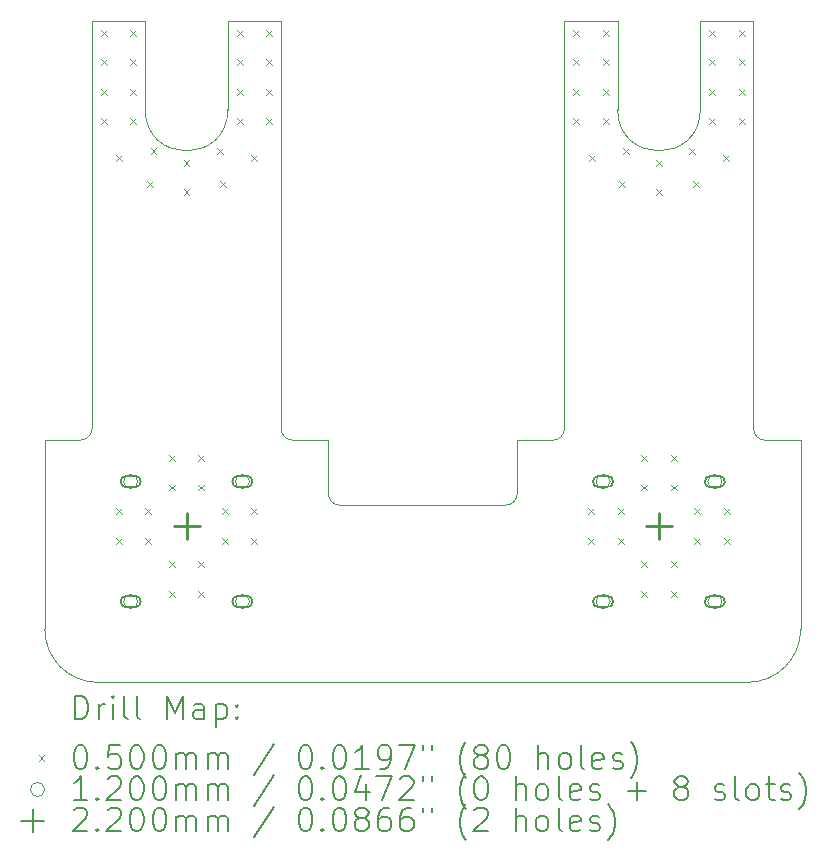
<source format=gbr>
%FSLAX45Y45*%
G04 Gerber Fmt 4.5, Leading zero omitted, Abs format (unit mm)*
G04 Created by KiCad (PCBNEW (6.0.1)) date 2022-05-27 18:48:14*
%MOMM*%
%LPD*%
G01*
G04 APERTURE LIST*
%TA.AperFunction,Profile*%
%ADD10C,0.050000*%
%TD*%
%ADD11C,0.200000*%
%ADD12C,0.050000*%
%ADD13C,0.120000*%
%ADD14C,0.220000*%
G04 APERTURE END LIST*
D10*
X5550000Y5600000D02*
X6000000Y5600000D01*
X850000Y5600000D02*
X850000Y4850000D01*
X850000Y4850000D02*
G75*
G03*
X1550000Y4850000I350000J0D01*
G01*
X400000Y5600000D02*
X850000Y5600000D01*
X300000Y2050000D02*
G75*
G03*
X400000Y2150000I0J100000D01*
G01*
X6000000Y5600000D02*
X6000000Y2150000D01*
X6400000Y2050000D02*
X6100000Y2050000D01*
X6400000Y2050000D02*
X6400000Y450000D01*
X2500000Y1500000D02*
X3900000Y1500000D01*
X5550000Y4850000D02*
X5550000Y5600000D01*
X4300000Y2050000D02*
G75*
G03*
X4400000Y2150000I0J100000D01*
G01*
X4400000Y5600000D02*
X4850000Y5600000D01*
X2000000Y2150000D02*
G75*
G03*
X2100000Y2050000I100000J0D01*
G01*
X3900000Y1500000D02*
G75*
G03*
X4000000Y1600000I0J100000D01*
G01*
X2400000Y2050000D02*
X2400000Y1600000D01*
X4000000Y1600000D02*
X4000000Y2050000D01*
X0Y2050000D02*
X0Y450000D01*
X4400000Y2150000D02*
X4400000Y5600000D01*
X1550000Y5600000D02*
X2000000Y5600000D01*
X400000Y5600000D02*
X400000Y2150000D01*
X1550000Y4850000D02*
X1550000Y5600000D01*
X2000000Y5600000D02*
X2000000Y2150000D01*
X6000000Y2150000D02*
G75*
G03*
X6100000Y2050000I100000J0D01*
G01*
X300000Y2050000D02*
X0Y2050000D01*
X2400000Y1600000D02*
G75*
G03*
X2500000Y1500000I100000J0D01*
G01*
X5950000Y0D02*
X450000Y0D01*
X5950000Y0D02*
G75*
G03*
X6400000Y450000I0J450000D01*
G01*
X4850000Y5600000D02*
X4850000Y4850000D01*
X0Y450000D02*
G75*
G03*
X450000Y0I450000J0D01*
G01*
X2400000Y2050000D02*
X2100000Y2050000D01*
X4850000Y4850000D02*
G75*
G03*
X5550000Y4850000I350000J0D01*
G01*
X4300000Y2050000D02*
X4000000Y2050000D01*
D11*
D12*
X475000Y5525000D02*
X525000Y5475000D01*
X525000Y5525000D02*
X475000Y5475000D01*
X475000Y5275000D02*
X525000Y5225000D01*
X525000Y5275000D02*
X475000Y5225000D01*
X475000Y5025000D02*
X525000Y4975000D01*
X525000Y5025000D02*
X475000Y4975000D01*
X475000Y4775000D02*
X525000Y4725000D01*
X525000Y4775000D02*
X475000Y4725000D01*
X600000Y1475000D02*
X650000Y1425000D01*
X650000Y1475000D02*
X600000Y1425000D01*
X600000Y1225000D02*
X650000Y1175000D01*
X650000Y1225000D02*
X600000Y1175000D01*
X605000Y4465000D02*
X655000Y4415000D01*
X655000Y4465000D02*
X605000Y4415000D01*
X725000Y5525000D02*
X775000Y5475000D01*
X775000Y5525000D02*
X725000Y5475000D01*
X725000Y5275000D02*
X775000Y5225000D01*
X775000Y5275000D02*
X725000Y5225000D01*
X725000Y5025000D02*
X775000Y4975000D01*
X775000Y5025000D02*
X725000Y4975000D01*
X725000Y4775000D02*
X775000Y4725000D01*
X775000Y4775000D02*
X725000Y4725000D01*
X850000Y1475000D02*
X900000Y1425000D01*
X900000Y1475000D02*
X850000Y1425000D01*
X850000Y1225000D02*
X900000Y1175000D01*
X900000Y1225000D02*
X850000Y1175000D01*
X865000Y4245000D02*
X915000Y4195000D01*
X915000Y4245000D02*
X865000Y4195000D01*
X895000Y4525000D02*
X945000Y4475000D01*
X945000Y4525000D02*
X895000Y4475000D01*
X1050000Y1925000D02*
X1100000Y1875000D01*
X1100000Y1925000D02*
X1050000Y1875000D01*
X1050000Y1675000D02*
X1100000Y1625000D01*
X1100000Y1675000D02*
X1050000Y1625000D01*
X1050000Y1025000D02*
X1100000Y975000D01*
X1100000Y1025000D02*
X1050000Y975000D01*
X1050000Y775000D02*
X1100000Y725000D01*
X1100000Y775000D02*
X1050000Y725000D01*
X1175000Y4425000D02*
X1225000Y4375000D01*
X1225000Y4425000D02*
X1175000Y4375000D01*
X1175000Y4175000D02*
X1225000Y4125000D01*
X1225000Y4175000D02*
X1175000Y4125000D01*
X1300000Y1925000D02*
X1350000Y1875000D01*
X1350000Y1925000D02*
X1300000Y1875000D01*
X1300000Y1675000D02*
X1350000Y1625000D01*
X1350000Y1675000D02*
X1300000Y1625000D01*
X1300000Y1025000D02*
X1350000Y975000D01*
X1350000Y1025000D02*
X1300000Y975000D01*
X1300000Y775000D02*
X1350000Y725000D01*
X1350000Y775000D02*
X1300000Y725000D01*
X1455000Y4525000D02*
X1505000Y4475000D01*
X1505000Y4525000D02*
X1455000Y4475000D01*
X1485000Y4245000D02*
X1535000Y4195000D01*
X1535000Y4245000D02*
X1485000Y4195000D01*
X1500000Y1475000D02*
X1550000Y1425000D01*
X1550000Y1475000D02*
X1500000Y1425000D01*
X1500000Y1225000D02*
X1550000Y1175000D01*
X1550000Y1225000D02*
X1500000Y1175000D01*
X1625000Y5525000D02*
X1675000Y5475000D01*
X1675000Y5525000D02*
X1625000Y5475000D01*
X1625000Y5275000D02*
X1675000Y5225000D01*
X1675000Y5275000D02*
X1625000Y5225000D01*
X1625000Y5025000D02*
X1675000Y4975000D01*
X1675000Y5025000D02*
X1625000Y4975000D01*
X1625000Y4775000D02*
X1675000Y4725000D01*
X1675000Y4775000D02*
X1625000Y4725000D01*
X1745000Y4465000D02*
X1795000Y4415000D01*
X1795000Y4465000D02*
X1745000Y4415000D01*
X1750000Y1475000D02*
X1800000Y1425000D01*
X1800000Y1475000D02*
X1750000Y1425000D01*
X1750000Y1225000D02*
X1800000Y1175000D01*
X1800000Y1225000D02*
X1750000Y1175000D01*
X1875000Y5525000D02*
X1925000Y5475000D01*
X1925000Y5525000D02*
X1875000Y5475000D01*
X1875000Y5275000D02*
X1925000Y5225000D01*
X1925000Y5275000D02*
X1875000Y5225000D01*
X1875000Y5025000D02*
X1925000Y4975000D01*
X1925000Y5025000D02*
X1875000Y4975000D01*
X1875000Y4775000D02*
X1925000Y4725000D01*
X1925000Y4775000D02*
X1875000Y4725000D01*
X4475000Y5525000D02*
X4525000Y5475000D01*
X4525000Y5525000D02*
X4475000Y5475000D01*
X4475000Y5275000D02*
X4525000Y5225000D01*
X4525000Y5275000D02*
X4475000Y5225000D01*
X4475000Y5025000D02*
X4525000Y4975000D01*
X4525000Y5025000D02*
X4475000Y4975000D01*
X4475000Y4775000D02*
X4525000Y4725000D01*
X4525000Y4775000D02*
X4475000Y4725000D01*
X4600000Y1475000D02*
X4650000Y1425000D01*
X4650000Y1475000D02*
X4600000Y1425000D01*
X4600000Y1225000D02*
X4650000Y1175000D01*
X4650000Y1225000D02*
X4600000Y1175000D01*
X4605000Y4465000D02*
X4655000Y4415000D01*
X4655000Y4465000D02*
X4605000Y4415000D01*
X4725000Y5525000D02*
X4775000Y5475000D01*
X4775000Y5525000D02*
X4725000Y5475000D01*
X4725000Y5275000D02*
X4775000Y5225000D01*
X4775000Y5275000D02*
X4725000Y5225000D01*
X4725000Y5025000D02*
X4775000Y4975000D01*
X4775000Y5025000D02*
X4725000Y4975000D01*
X4725000Y4775000D02*
X4775000Y4725000D01*
X4775000Y4775000D02*
X4725000Y4725000D01*
X4850000Y1475000D02*
X4900000Y1425000D01*
X4900000Y1475000D02*
X4850000Y1425000D01*
X4850000Y1225000D02*
X4900000Y1175000D01*
X4900000Y1225000D02*
X4850000Y1175000D01*
X4865000Y4245000D02*
X4915000Y4195000D01*
X4915000Y4245000D02*
X4865000Y4195000D01*
X4895000Y4525000D02*
X4945000Y4475000D01*
X4945000Y4525000D02*
X4895000Y4475000D01*
X5050000Y1925000D02*
X5100000Y1875000D01*
X5100000Y1925000D02*
X5050000Y1875000D01*
X5050000Y1675000D02*
X5100000Y1625000D01*
X5100000Y1675000D02*
X5050000Y1625000D01*
X5050000Y1025000D02*
X5100000Y975000D01*
X5100000Y1025000D02*
X5050000Y975000D01*
X5050000Y775000D02*
X5100000Y725000D01*
X5100000Y775000D02*
X5050000Y725000D01*
X5175000Y4425000D02*
X5225000Y4375000D01*
X5225000Y4425000D02*
X5175000Y4375000D01*
X5175000Y4175000D02*
X5225000Y4125000D01*
X5225000Y4175000D02*
X5175000Y4125000D01*
X5300000Y1925000D02*
X5350000Y1875000D01*
X5350000Y1925000D02*
X5300000Y1875000D01*
X5300000Y1675000D02*
X5350000Y1625000D01*
X5350000Y1675000D02*
X5300000Y1625000D01*
X5300000Y1025000D02*
X5350000Y975000D01*
X5350000Y1025000D02*
X5300000Y975000D01*
X5300000Y775000D02*
X5350000Y725000D01*
X5350000Y775000D02*
X5300000Y725000D01*
X5455000Y4525000D02*
X5505000Y4475000D01*
X5505000Y4525000D02*
X5455000Y4475000D01*
X5485000Y4245000D02*
X5535000Y4195000D01*
X5535000Y4245000D02*
X5485000Y4195000D01*
X5500000Y1475000D02*
X5550000Y1425000D01*
X5550000Y1475000D02*
X5500000Y1425000D01*
X5500000Y1225000D02*
X5550000Y1175000D01*
X5550000Y1225000D02*
X5500000Y1175000D01*
X5625000Y5525000D02*
X5675000Y5475000D01*
X5675000Y5525000D02*
X5625000Y5475000D01*
X5625000Y5275000D02*
X5675000Y5225000D01*
X5675000Y5275000D02*
X5625000Y5225000D01*
X5625000Y5025000D02*
X5675000Y4975000D01*
X5675000Y5025000D02*
X5625000Y4975000D01*
X5625000Y4775000D02*
X5675000Y4725000D01*
X5675000Y4775000D02*
X5625000Y4725000D01*
X5745000Y4465000D02*
X5795000Y4415000D01*
X5795000Y4465000D02*
X5745000Y4415000D01*
X5750000Y1475000D02*
X5800000Y1425000D01*
X5800000Y1475000D02*
X5750000Y1425000D01*
X5750000Y1225000D02*
X5800000Y1175000D01*
X5800000Y1225000D02*
X5750000Y1175000D01*
X5875000Y5525000D02*
X5925000Y5475000D01*
X5925000Y5525000D02*
X5875000Y5475000D01*
X5875000Y5275000D02*
X5925000Y5225000D01*
X5925000Y5275000D02*
X5875000Y5225000D01*
X5875000Y5025000D02*
X5925000Y4975000D01*
X5925000Y5025000D02*
X5875000Y4975000D01*
X5875000Y4775000D02*
X5925000Y4725000D01*
X5925000Y4775000D02*
X5875000Y4725000D01*
D13*
X787000Y1700000D02*
G75*
G03*
X787000Y1700000I-60000J0D01*
G01*
D11*
X692000Y1650000D02*
X762000Y1650000D01*
X692000Y1750000D02*
X762000Y1750000D01*
X762000Y1650000D02*
G75*
G03*
X762000Y1750000I0J50000D01*
G01*
X692000Y1750000D02*
G75*
G03*
X692000Y1650000I0J-50000D01*
G01*
D13*
X787000Y684000D02*
G75*
G03*
X787000Y684000I-60000J0D01*
G01*
D11*
X692000Y634000D02*
X762000Y634000D01*
X692000Y734000D02*
X762000Y734000D01*
X762000Y634000D02*
G75*
G03*
X762000Y734000I0J50000D01*
G01*
X692000Y734000D02*
G75*
G03*
X692000Y634000I0J-50000D01*
G01*
D13*
X1733000Y1700000D02*
G75*
G03*
X1733000Y1700000I-60000J0D01*
G01*
D11*
X1638000Y1650000D02*
X1708000Y1650000D01*
X1638000Y1750000D02*
X1708000Y1750000D01*
X1708000Y1650000D02*
G75*
G03*
X1708000Y1750000I0J50000D01*
G01*
X1638000Y1750000D02*
G75*
G03*
X1638000Y1650000I0J-50000D01*
G01*
D13*
X1733000Y684000D02*
G75*
G03*
X1733000Y684000I-60000J0D01*
G01*
D11*
X1638000Y634000D02*
X1708000Y634000D01*
X1638000Y734000D02*
X1708000Y734000D01*
X1708000Y634000D02*
G75*
G03*
X1708000Y734000I0J50000D01*
G01*
X1638000Y734000D02*
G75*
G03*
X1638000Y634000I0J-50000D01*
G01*
D13*
X4787000Y1700000D02*
G75*
G03*
X4787000Y1700000I-60000J0D01*
G01*
D11*
X4692000Y1650000D02*
X4762000Y1650000D01*
X4692000Y1750000D02*
X4762000Y1750000D01*
X4762000Y1650000D02*
G75*
G03*
X4762000Y1750000I0J50000D01*
G01*
X4692000Y1750000D02*
G75*
G03*
X4692000Y1650000I0J-50000D01*
G01*
D13*
X4787000Y684000D02*
G75*
G03*
X4787000Y684000I-60000J0D01*
G01*
D11*
X4692000Y634000D02*
X4762000Y634000D01*
X4692000Y734000D02*
X4762000Y734000D01*
X4762000Y634000D02*
G75*
G03*
X4762000Y734000I0J50000D01*
G01*
X4692000Y734000D02*
G75*
G03*
X4692000Y634000I0J-50000D01*
G01*
D13*
X5733000Y1700000D02*
G75*
G03*
X5733000Y1700000I-60000J0D01*
G01*
D11*
X5638000Y1650000D02*
X5708000Y1650000D01*
X5638000Y1750000D02*
X5708000Y1750000D01*
X5708000Y1650000D02*
G75*
G03*
X5708000Y1750000I0J50000D01*
G01*
X5638000Y1750000D02*
G75*
G03*
X5638000Y1650000I0J-50000D01*
G01*
D13*
X5733000Y684000D02*
G75*
G03*
X5733000Y684000I-60000J0D01*
G01*
D11*
X5638000Y634000D02*
X5708000Y634000D01*
X5638000Y734000D02*
X5708000Y734000D01*
X5708000Y634000D02*
G75*
G03*
X5708000Y734000I0J50000D01*
G01*
X5638000Y734000D02*
G75*
G03*
X5638000Y634000I0J-50000D01*
G01*
D14*
X1200000Y1430000D02*
X1200000Y1210000D01*
X1090000Y1320000D02*
X1310000Y1320000D01*
X5200000Y1430000D02*
X5200000Y1210000D01*
X5090000Y1320000D02*
X5310000Y1320000D01*
D11*
X255119Y-312976D02*
X255119Y-112976D01*
X302738Y-112976D01*
X331310Y-122500D01*
X350357Y-141548D01*
X359881Y-160595D01*
X369405Y-198690D01*
X369405Y-227262D01*
X359881Y-265357D01*
X350357Y-284405D01*
X331310Y-303452D01*
X302738Y-312976D01*
X255119Y-312976D01*
X455119Y-312976D02*
X455119Y-179643D01*
X455119Y-217738D02*
X464643Y-198690D01*
X474167Y-189167D01*
X493214Y-179643D01*
X512262Y-179643D01*
X578929Y-312976D02*
X578929Y-179643D01*
X578929Y-112976D02*
X569405Y-122500D01*
X578929Y-132024D01*
X588452Y-122500D01*
X578929Y-112976D01*
X578929Y-132024D01*
X702738Y-312976D02*
X683690Y-303452D01*
X674167Y-284405D01*
X674167Y-112976D01*
X807500Y-312976D02*
X788452Y-303452D01*
X778928Y-284405D01*
X778928Y-112976D01*
X1036071Y-312976D02*
X1036071Y-112976D01*
X1102738Y-255833D01*
X1169405Y-112976D01*
X1169405Y-312976D01*
X1350357Y-312976D02*
X1350357Y-208214D01*
X1340833Y-189167D01*
X1321786Y-179643D01*
X1283690Y-179643D01*
X1264643Y-189167D01*
X1350357Y-303452D02*
X1331310Y-312976D01*
X1283690Y-312976D01*
X1264643Y-303452D01*
X1255119Y-284405D01*
X1255119Y-265357D01*
X1264643Y-246309D01*
X1283690Y-236786D01*
X1331310Y-236786D01*
X1350357Y-227262D01*
X1445595Y-179643D02*
X1445595Y-379643D01*
X1445595Y-189167D02*
X1464643Y-179643D01*
X1502738Y-179643D01*
X1521786Y-189167D01*
X1531309Y-198690D01*
X1540833Y-217738D01*
X1540833Y-274881D01*
X1531309Y-293929D01*
X1521786Y-303452D01*
X1502738Y-312976D01*
X1464643Y-312976D01*
X1445595Y-303452D01*
X1626548Y-293929D02*
X1636071Y-303452D01*
X1626548Y-312976D01*
X1617024Y-303452D01*
X1626548Y-293929D01*
X1626548Y-312976D01*
X1626548Y-189167D02*
X1636071Y-198690D01*
X1626548Y-208214D01*
X1617024Y-198690D01*
X1626548Y-189167D01*
X1626548Y-208214D01*
D12*
X-52500Y-617500D02*
X-2500Y-667500D01*
X-2500Y-617500D02*
X-52500Y-667500D01*
D11*
X293214Y-532976D02*
X312262Y-532976D01*
X331310Y-542500D01*
X340833Y-552024D01*
X350357Y-571071D01*
X359881Y-609167D01*
X359881Y-656786D01*
X350357Y-694881D01*
X340833Y-713928D01*
X331310Y-723452D01*
X312262Y-732976D01*
X293214Y-732976D01*
X274167Y-723452D01*
X264643Y-713928D01*
X255119Y-694881D01*
X245595Y-656786D01*
X245595Y-609167D01*
X255119Y-571071D01*
X264643Y-552024D01*
X274167Y-542500D01*
X293214Y-532976D01*
X445595Y-713928D02*
X455119Y-723452D01*
X445595Y-732976D01*
X436071Y-723452D01*
X445595Y-713928D01*
X445595Y-732976D01*
X636071Y-532976D02*
X540833Y-532976D01*
X531310Y-628214D01*
X540833Y-618690D01*
X559881Y-609167D01*
X607500Y-609167D01*
X626548Y-618690D01*
X636071Y-628214D01*
X645595Y-647262D01*
X645595Y-694881D01*
X636071Y-713928D01*
X626548Y-723452D01*
X607500Y-732976D01*
X559881Y-732976D01*
X540833Y-723452D01*
X531310Y-713928D01*
X769405Y-532976D02*
X788452Y-532976D01*
X807500Y-542500D01*
X817024Y-552024D01*
X826548Y-571071D01*
X836071Y-609167D01*
X836071Y-656786D01*
X826548Y-694881D01*
X817024Y-713928D01*
X807500Y-723452D01*
X788452Y-732976D01*
X769405Y-732976D01*
X750357Y-723452D01*
X740833Y-713928D01*
X731309Y-694881D01*
X721786Y-656786D01*
X721786Y-609167D01*
X731309Y-571071D01*
X740833Y-552024D01*
X750357Y-542500D01*
X769405Y-532976D01*
X959881Y-532976D02*
X978928Y-532976D01*
X997976Y-542500D01*
X1007500Y-552024D01*
X1017024Y-571071D01*
X1026548Y-609167D01*
X1026548Y-656786D01*
X1017024Y-694881D01*
X1007500Y-713928D01*
X997976Y-723452D01*
X978928Y-732976D01*
X959881Y-732976D01*
X940833Y-723452D01*
X931309Y-713928D01*
X921786Y-694881D01*
X912262Y-656786D01*
X912262Y-609167D01*
X921786Y-571071D01*
X931309Y-552024D01*
X940833Y-542500D01*
X959881Y-532976D01*
X1112262Y-732976D02*
X1112262Y-599643D01*
X1112262Y-618690D02*
X1121786Y-609167D01*
X1140833Y-599643D01*
X1169405Y-599643D01*
X1188452Y-609167D01*
X1197976Y-628214D01*
X1197976Y-732976D01*
X1197976Y-628214D02*
X1207500Y-609167D01*
X1226548Y-599643D01*
X1255119Y-599643D01*
X1274167Y-609167D01*
X1283690Y-628214D01*
X1283690Y-732976D01*
X1378929Y-732976D02*
X1378929Y-599643D01*
X1378929Y-618690D02*
X1388452Y-609167D01*
X1407500Y-599643D01*
X1436071Y-599643D01*
X1455119Y-609167D01*
X1464643Y-628214D01*
X1464643Y-732976D01*
X1464643Y-628214D02*
X1474167Y-609167D01*
X1493214Y-599643D01*
X1521786Y-599643D01*
X1540833Y-609167D01*
X1550357Y-628214D01*
X1550357Y-732976D01*
X1940833Y-523452D02*
X1769405Y-780595D01*
X2197976Y-532976D02*
X2217024Y-532976D01*
X2236071Y-542500D01*
X2245595Y-552024D01*
X2255119Y-571071D01*
X2264643Y-609167D01*
X2264643Y-656786D01*
X2255119Y-694881D01*
X2245595Y-713928D01*
X2236071Y-723452D01*
X2217024Y-732976D01*
X2197976Y-732976D01*
X2178929Y-723452D01*
X2169405Y-713928D01*
X2159881Y-694881D01*
X2150357Y-656786D01*
X2150357Y-609167D01*
X2159881Y-571071D01*
X2169405Y-552024D01*
X2178929Y-542500D01*
X2197976Y-532976D01*
X2350357Y-713928D02*
X2359881Y-723452D01*
X2350357Y-732976D01*
X2340833Y-723452D01*
X2350357Y-713928D01*
X2350357Y-732976D01*
X2483690Y-532976D02*
X2502738Y-532976D01*
X2521786Y-542500D01*
X2531310Y-552024D01*
X2540833Y-571071D01*
X2550357Y-609167D01*
X2550357Y-656786D01*
X2540833Y-694881D01*
X2531310Y-713928D01*
X2521786Y-723452D01*
X2502738Y-732976D01*
X2483690Y-732976D01*
X2464643Y-723452D01*
X2455119Y-713928D01*
X2445595Y-694881D01*
X2436071Y-656786D01*
X2436071Y-609167D01*
X2445595Y-571071D01*
X2455119Y-552024D01*
X2464643Y-542500D01*
X2483690Y-532976D01*
X2740833Y-732976D02*
X2626548Y-732976D01*
X2683690Y-732976D02*
X2683690Y-532976D01*
X2664643Y-561548D01*
X2645595Y-580595D01*
X2626548Y-590119D01*
X2836071Y-732976D02*
X2874167Y-732976D01*
X2893214Y-723452D01*
X2902738Y-713928D01*
X2921786Y-685357D01*
X2931309Y-647262D01*
X2931309Y-571071D01*
X2921786Y-552024D01*
X2912262Y-542500D01*
X2893214Y-532976D01*
X2855119Y-532976D01*
X2836071Y-542500D01*
X2826548Y-552024D01*
X2817024Y-571071D01*
X2817024Y-618690D01*
X2826548Y-637738D01*
X2836071Y-647262D01*
X2855119Y-656786D01*
X2893214Y-656786D01*
X2912262Y-647262D01*
X2921786Y-637738D01*
X2931309Y-618690D01*
X2997976Y-532976D02*
X3131309Y-532976D01*
X3045595Y-732976D01*
X3197976Y-532976D02*
X3197976Y-571071D01*
X3274167Y-532976D02*
X3274167Y-571071D01*
X3569405Y-809167D02*
X3559881Y-799643D01*
X3540833Y-771071D01*
X3531309Y-752024D01*
X3521786Y-723452D01*
X3512262Y-675833D01*
X3512262Y-637738D01*
X3521786Y-590119D01*
X3531309Y-561548D01*
X3540833Y-542500D01*
X3559881Y-513928D01*
X3569405Y-504405D01*
X3674167Y-618690D02*
X3655119Y-609167D01*
X3645595Y-599643D01*
X3636071Y-580595D01*
X3636071Y-571071D01*
X3645595Y-552024D01*
X3655119Y-542500D01*
X3674167Y-532976D01*
X3712262Y-532976D01*
X3731309Y-542500D01*
X3740833Y-552024D01*
X3750357Y-571071D01*
X3750357Y-580595D01*
X3740833Y-599643D01*
X3731309Y-609167D01*
X3712262Y-618690D01*
X3674167Y-618690D01*
X3655119Y-628214D01*
X3645595Y-637738D01*
X3636071Y-656786D01*
X3636071Y-694881D01*
X3645595Y-713928D01*
X3655119Y-723452D01*
X3674167Y-732976D01*
X3712262Y-732976D01*
X3731309Y-723452D01*
X3740833Y-713928D01*
X3750357Y-694881D01*
X3750357Y-656786D01*
X3740833Y-637738D01*
X3731309Y-628214D01*
X3712262Y-618690D01*
X3874167Y-532976D02*
X3893214Y-532976D01*
X3912262Y-542500D01*
X3921786Y-552024D01*
X3931309Y-571071D01*
X3940833Y-609167D01*
X3940833Y-656786D01*
X3931309Y-694881D01*
X3921786Y-713928D01*
X3912262Y-723452D01*
X3893214Y-732976D01*
X3874167Y-732976D01*
X3855119Y-723452D01*
X3845595Y-713928D01*
X3836071Y-694881D01*
X3826548Y-656786D01*
X3826548Y-609167D01*
X3836071Y-571071D01*
X3845595Y-552024D01*
X3855119Y-542500D01*
X3874167Y-532976D01*
X4178928Y-732976D02*
X4178928Y-532976D01*
X4264643Y-732976D02*
X4264643Y-628214D01*
X4255119Y-609167D01*
X4236071Y-599643D01*
X4207500Y-599643D01*
X4188452Y-609167D01*
X4178928Y-618690D01*
X4388452Y-732976D02*
X4369405Y-723452D01*
X4359881Y-713928D01*
X4350357Y-694881D01*
X4350357Y-637738D01*
X4359881Y-618690D01*
X4369405Y-609167D01*
X4388452Y-599643D01*
X4417024Y-599643D01*
X4436071Y-609167D01*
X4445595Y-618690D01*
X4455119Y-637738D01*
X4455119Y-694881D01*
X4445595Y-713928D01*
X4436071Y-723452D01*
X4417024Y-732976D01*
X4388452Y-732976D01*
X4569405Y-732976D02*
X4550357Y-723452D01*
X4540833Y-704405D01*
X4540833Y-532976D01*
X4721786Y-723452D02*
X4702738Y-732976D01*
X4664643Y-732976D01*
X4645595Y-723452D01*
X4636071Y-704405D01*
X4636071Y-628214D01*
X4645595Y-609167D01*
X4664643Y-599643D01*
X4702738Y-599643D01*
X4721786Y-609167D01*
X4731310Y-628214D01*
X4731310Y-647262D01*
X4636071Y-666310D01*
X4807500Y-723452D02*
X4826548Y-732976D01*
X4864643Y-732976D01*
X4883690Y-723452D01*
X4893214Y-704405D01*
X4893214Y-694881D01*
X4883690Y-675833D01*
X4864643Y-666310D01*
X4836071Y-666310D01*
X4817024Y-656786D01*
X4807500Y-637738D01*
X4807500Y-628214D01*
X4817024Y-609167D01*
X4836071Y-599643D01*
X4864643Y-599643D01*
X4883690Y-609167D01*
X4959881Y-809167D02*
X4969405Y-799643D01*
X4988452Y-771071D01*
X4997976Y-752024D01*
X5007500Y-723452D01*
X5017024Y-675833D01*
X5017024Y-637738D01*
X5007500Y-590119D01*
X4997976Y-561548D01*
X4988452Y-542500D01*
X4969405Y-513928D01*
X4959881Y-504405D01*
D13*
X-2500Y-906500D02*
G75*
G03*
X-2500Y-906500I-60000J0D01*
G01*
D11*
X359881Y-996976D02*
X245595Y-996976D01*
X302738Y-996976D02*
X302738Y-796976D01*
X283690Y-825548D01*
X264643Y-844595D01*
X245595Y-854119D01*
X445595Y-977928D02*
X455119Y-987452D01*
X445595Y-996976D01*
X436071Y-987452D01*
X445595Y-977928D01*
X445595Y-996976D01*
X531310Y-816024D02*
X540833Y-806500D01*
X559881Y-796976D01*
X607500Y-796976D01*
X626548Y-806500D01*
X636071Y-816024D01*
X645595Y-835071D01*
X645595Y-854119D01*
X636071Y-882690D01*
X521786Y-996976D01*
X645595Y-996976D01*
X769405Y-796976D02*
X788452Y-796976D01*
X807500Y-806500D01*
X817024Y-816024D01*
X826548Y-835071D01*
X836071Y-873167D01*
X836071Y-920786D01*
X826548Y-958881D01*
X817024Y-977928D01*
X807500Y-987452D01*
X788452Y-996976D01*
X769405Y-996976D01*
X750357Y-987452D01*
X740833Y-977928D01*
X731309Y-958881D01*
X721786Y-920786D01*
X721786Y-873167D01*
X731309Y-835071D01*
X740833Y-816024D01*
X750357Y-806500D01*
X769405Y-796976D01*
X959881Y-796976D02*
X978928Y-796976D01*
X997976Y-806500D01*
X1007500Y-816024D01*
X1017024Y-835071D01*
X1026548Y-873167D01*
X1026548Y-920786D01*
X1017024Y-958881D01*
X1007500Y-977928D01*
X997976Y-987452D01*
X978928Y-996976D01*
X959881Y-996976D01*
X940833Y-987452D01*
X931309Y-977928D01*
X921786Y-958881D01*
X912262Y-920786D01*
X912262Y-873167D01*
X921786Y-835071D01*
X931309Y-816024D01*
X940833Y-806500D01*
X959881Y-796976D01*
X1112262Y-996976D02*
X1112262Y-863643D01*
X1112262Y-882690D02*
X1121786Y-873167D01*
X1140833Y-863643D01*
X1169405Y-863643D01*
X1188452Y-873167D01*
X1197976Y-892214D01*
X1197976Y-996976D01*
X1197976Y-892214D02*
X1207500Y-873167D01*
X1226548Y-863643D01*
X1255119Y-863643D01*
X1274167Y-873167D01*
X1283690Y-892214D01*
X1283690Y-996976D01*
X1378929Y-996976D02*
X1378929Y-863643D01*
X1378929Y-882690D02*
X1388452Y-873167D01*
X1407500Y-863643D01*
X1436071Y-863643D01*
X1455119Y-873167D01*
X1464643Y-892214D01*
X1464643Y-996976D01*
X1464643Y-892214D02*
X1474167Y-873167D01*
X1493214Y-863643D01*
X1521786Y-863643D01*
X1540833Y-873167D01*
X1550357Y-892214D01*
X1550357Y-996976D01*
X1940833Y-787452D02*
X1769405Y-1044595D01*
X2197976Y-796976D02*
X2217024Y-796976D01*
X2236071Y-806500D01*
X2245595Y-816024D01*
X2255119Y-835071D01*
X2264643Y-873167D01*
X2264643Y-920786D01*
X2255119Y-958881D01*
X2245595Y-977928D01*
X2236071Y-987452D01*
X2217024Y-996976D01*
X2197976Y-996976D01*
X2178929Y-987452D01*
X2169405Y-977928D01*
X2159881Y-958881D01*
X2150357Y-920786D01*
X2150357Y-873167D01*
X2159881Y-835071D01*
X2169405Y-816024D01*
X2178929Y-806500D01*
X2197976Y-796976D01*
X2350357Y-977928D02*
X2359881Y-987452D01*
X2350357Y-996976D01*
X2340833Y-987452D01*
X2350357Y-977928D01*
X2350357Y-996976D01*
X2483690Y-796976D02*
X2502738Y-796976D01*
X2521786Y-806500D01*
X2531310Y-816024D01*
X2540833Y-835071D01*
X2550357Y-873167D01*
X2550357Y-920786D01*
X2540833Y-958881D01*
X2531310Y-977928D01*
X2521786Y-987452D01*
X2502738Y-996976D01*
X2483690Y-996976D01*
X2464643Y-987452D01*
X2455119Y-977928D01*
X2445595Y-958881D01*
X2436071Y-920786D01*
X2436071Y-873167D01*
X2445595Y-835071D01*
X2455119Y-816024D01*
X2464643Y-806500D01*
X2483690Y-796976D01*
X2721786Y-863643D02*
X2721786Y-996976D01*
X2674167Y-787452D02*
X2626548Y-930309D01*
X2750357Y-930309D01*
X2807500Y-796976D02*
X2940833Y-796976D01*
X2855119Y-996976D01*
X3007500Y-816024D02*
X3017024Y-806500D01*
X3036071Y-796976D01*
X3083690Y-796976D01*
X3102738Y-806500D01*
X3112262Y-816024D01*
X3121786Y-835071D01*
X3121786Y-854119D01*
X3112262Y-882690D01*
X2997976Y-996976D01*
X3121786Y-996976D01*
X3197976Y-796976D02*
X3197976Y-835071D01*
X3274167Y-796976D02*
X3274167Y-835071D01*
X3569405Y-1073167D02*
X3559881Y-1063643D01*
X3540833Y-1035071D01*
X3531309Y-1016024D01*
X3521786Y-987452D01*
X3512262Y-939833D01*
X3512262Y-901738D01*
X3521786Y-854119D01*
X3531309Y-825548D01*
X3540833Y-806500D01*
X3559881Y-777928D01*
X3569405Y-768405D01*
X3683690Y-796976D02*
X3702738Y-796976D01*
X3721786Y-806500D01*
X3731309Y-816024D01*
X3740833Y-835071D01*
X3750357Y-873167D01*
X3750357Y-920786D01*
X3740833Y-958881D01*
X3731309Y-977928D01*
X3721786Y-987452D01*
X3702738Y-996976D01*
X3683690Y-996976D01*
X3664643Y-987452D01*
X3655119Y-977928D01*
X3645595Y-958881D01*
X3636071Y-920786D01*
X3636071Y-873167D01*
X3645595Y-835071D01*
X3655119Y-816024D01*
X3664643Y-806500D01*
X3683690Y-796976D01*
X3988452Y-996976D02*
X3988452Y-796976D01*
X4074167Y-996976D02*
X4074167Y-892214D01*
X4064643Y-873167D01*
X4045595Y-863643D01*
X4017024Y-863643D01*
X3997976Y-873167D01*
X3988452Y-882690D01*
X4197976Y-996976D02*
X4178928Y-987452D01*
X4169405Y-977928D01*
X4159881Y-958881D01*
X4159881Y-901738D01*
X4169405Y-882690D01*
X4178928Y-873167D01*
X4197976Y-863643D01*
X4226548Y-863643D01*
X4245595Y-873167D01*
X4255119Y-882690D01*
X4264643Y-901738D01*
X4264643Y-958881D01*
X4255119Y-977928D01*
X4245595Y-987452D01*
X4226548Y-996976D01*
X4197976Y-996976D01*
X4378929Y-996976D02*
X4359881Y-987452D01*
X4350357Y-968405D01*
X4350357Y-796976D01*
X4531310Y-987452D02*
X4512262Y-996976D01*
X4474167Y-996976D01*
X4455119Y-987452D01*
X4445595Y-968405D01*
X4445595Y-892214D01*
X4455119Y-873167D01*
X4474167Y-863643D01*
X4512262Y-863643D01*
X4531310Y-873167D01*
X4540833Y-892214D01*
X4540833Y-911262D01*
X4445595Y-930309D01*
X4617024Y-987452D02*
X4636071Y-996976D01*
X4674167Y-996976D01*
X4693214Y-987452D01*
X4702738Y-968405D01*
X4702738Y-958881D01*
X4693214Y-939833D01*
X4674167Y-930309D01*
X4645595Y-930309D01*
X4626548Y-920786D01*
X4617024Y-901738D01*
X4617024Y-892214D01*
X4626548Y-873167D01*
X4645595Y-863643D01*
X4674167Y-863643D01*
X4693214Y-873167D01*
X4940833Y-920786D02*
X5093214Y-920786D01*
X5017024Y-996976D02*
X5017024Y-844595D01*
X5369405Y-882690D02*
X5350357Y-873167D01*
X5340833Y-863643D01*
X5331310Y-844595D01*
X5331310Y-835071D01*
X5340833Y-816024D01*
X5350357Y-806500D01*
X5369405Y-796976D01*
X5407500Y-796976D01*
X5426548Y-806500D01*
X5436071Y-816024D01*
X5445595Y-835071D01*
X5445595Y-844595D01*
X5436071Y-863643D01*
X5426548Y-873167D01*
X5407500Y-882690D01*
X5369405Y-882690D01*
X5350357Y-892214D01*
X5340833Y-901738D01*
X5331310Y-920786D01*
X5331310Y-958881D01*
X5340833Y-977928D01*
X5350357Y-987452D01*
X5369405Y-996976D01*
X5407500Y-996976D01*
X5426548Y-987452D01*
X5436071Y-977928D01*
X5445595Y-958881D01*
X5445595Y-920786D01*
X5436071Y-901738D01*
X5426548Y-892214D01*
X5407500Y-882690D01*
X5674167Y-987452D02*
X5693214Y-996976D01*
X5731309Y-996976D01*
X5750357Y-987452D01*
X5759881Y-968405D01*
X5759881Y-958881D01*
X5750357Y-939833D01*
X5731309Y-930309D01*
X5702738Y-930309D01*
X5683690Y-920786D01*
X5674167Y-901738D01*
X5674167Y-892214D01*
X5683690Y-873167D01*
X5702738Y-863643D01*
X5731309Y-863643D01*
X5750357Y-873167D01*
X5874167Y-996976D02*
X5855119Y-987452D01*
X5845595Y-968405D01*
X5845595Y-796976D01*
X5978928Y-996976D02*
X5959881Y-987452D01*
X5950357Y-977928D01*
X5940833Y-958881D01*
X5940833Y-901738D01*
X5950357Y-882690D01*
X5959881Y-873167D01*
X5978928Y-863643D01*
X6007500Y-863643D01*
X6026548Y-873167D01*
X6036071Y-882690D01*
X6045595Y-901738D01*
X6045595Y-958881D01*
X6036071Y-977928D01*
X6026548Y-987452D01*
X6007500Y-996976D01*
X5978928Y-996976D01*
X6102738Y-863643D02*
X6178928Y-863643D01*
X6131309Y-796976D02*
X6131309Y-968405D01*
X6140833Y-987452D01*
X6159881Y-996976D01*
X6178928Y-996976D01*
X6236071Y-987452D02*
X6255119Y-996976D01*
X6293214Y-996976D01*
X6312262Y-987452D01*
X6321786Y-968405D01*
X6321786Y-958881D01*
X6312262Y-939833D01*
X6293214Y-930309D01*
X6264643Y-930309D01*
X6245595Y-920786D01*
X6236071Y-901738D01*
X6236071Y-892214D01*
X6245595Y-873167D01*
X6264643Y-863643D01*
X6293214Y-863643D01*
X6312262Y-873167D01*
X6388452Y-1073167D02*
X6397976Y-1063643D01*
X6417024Y-1035071D01*
X6426548Y-1016024D01*
X6436071Y-987452D01*
X6445595Y-939833D01*
X6445595Y-901738D01*
X6436071Y-854119D01*
X6426548Y-825548D01*
X6417024Y-806500D01*
X6397976Y-777928D01*
X6388452Y-768405D01*
X-102500Y-1070500D02*
X-102500Y-1270500D01*
X-202500Y-1170500D02*
X-2500Y-1170500D01*
X245595Y-1080024D02*
X255119Y-1070500D01*
X274167Y-1060976D01*
X321786Y-1060976D01*
X340833Y-1070500D01*
X350357Y-1080024D01*
X359881Y-1099071D01*
X359881Y-1118119D01*
X350357Y-1146690D01*
X236071Y-1260976D01*
X359881Y-1260976D01*
X445595Y-1241929D02*
X455119Y-1251452D01*
X445595Y-1260976D01*
X436071Y-1251452D01*
X445595Y-1241929D01*
X445595Y-1260976D01*
X531310Y-1080024D02*
X540833Y-1070500D01*
X559881Y-1060976D01*
X607500Y-1060976D01*
X626548Y-1070500D01*
X636071Y-1080024D01*
X645595Y-1099071D01*
X645595Y-1118119D01*
X636071Y-1146690D01*
X521786Y-1260976D01*
X645595Y-1260976D01*
X769405Y-1060976D02*
X788452Y-1060976D01*
X807500Y-1070500D01*
X817024Y-1080024D01*
X826548Y-1099071D01*
X836071Y-1137167D01*
X836071Y-1184786D01*
X826548Y-1222881D01*
X817024Y-1241929D01*
X807500Y-1251452D01*
X788452Y-1260976D01*
X769405Y-1260976D01*
X750357Y-1251452D01*
X740833Y-1241929D01*
X731309Y-1222881D01*
X721786Y-1184786D01*
X721786Y-1137167D01*
X731309Y-1099071D01*
X740833Y-1080024D01*
X750357Y-1070500D01*
X769405Y-1060976D01*
X959881Y-1060976D02*
X978928Y-1060976D01*
X997976Y-1070500D01*
X1007500Y-1080024D01*
X1017024Y-1099071D01*
X1026548Y-1137167D01*
X1026548Y-1184786D01*
X1017024Y-1222881D01*
X1007500Y-1241929D01*
X997976Y-1251452D01*
X978928Y-1260976D01*
X959881Y-1260976D01*
X940833Y-1251452D01*
X931309Y-1241929D01*
X921786Y-1222881D01*
X912262Y-1184786D01*
X912262Y-1137167D01*
X921786Y-1099071D01*
X931309Y-1080024D01*
X940833Y-1070500D01*
X959881Y-1060976D01*
X1112262Y-1260976D02*
X1112262Y-1127643D01*
X1112262Y-1146690D02*
X1121786Y-1137167D01*
X1140833Y-1127643D01*
X1169405Y-1127643D01*
X1188452Y-1137167D01*
X1197976Y-1156214D01*
X1197976Y-1260976D01*
X1197976Y-1156214D02*
X1207500Y-1137167D01*
X1226548Y-1127643D01*
X1255119Y-1127643D01*
X1274167Y-1137167D01*
X1283690Y-1156214D01*
X1283690Y-1260976D01*
X1378929Y-1260976D02*
X1378929Y-1127643D01*
X1378929Y-1146690D02*
X1388452Y-1137167D01*
X1407500Y-1127643D01*
X1436071Y-1127643D01*
X1455119Y-1137167D01*
X1464643Y-1156214D01*
X1464643Y-1260976D01*
X1464643Y-1156214D02*
X1474167Y-1137167D01*
X1493214Y-1127643D01*
X1521786Y-1127643D01*
X1540833Y-1137167D01*
X1550357Y-1156214D01*
X1550357Y-1260976D01*
X1940833Y-1051452D02*
X1769405Y-1308595D01*
X2197976Y-1060976D02*
X2217024Y-1060976D01*
X2236071Y-1070500D01*
X2245595Y-1080024D01*
X2255119Y-1099071D01*
X2264643Y-1137167D01*
X2264643Y-1184786D01*
X2255119Y-1222881D01*
X2245595Y-1241929D01*
X2236071Y-1251452D01*
X2217024Y-1260976D01*
X2197976Y-1260976D01*
X2178929Y-1251452D01*
X2169405Y-1241929D01*
X2159881Y-1222881D01*
X2150357Y-1184786D01*
X2150357Y-1137167D01*
X2159881Y-1099071D01*
X2169405Y-1080024D01*
X2178929Y-1070500D01*
X2197976Y-1060976D01*
X2350357Y-1241929D02*
X2359881Y-1251452D01*
X2350357Y-1260976D01*
X2340833Y-1251452D01*
X2350357Y-1241929D01*
X2350357Y-1260976D01*
X2483690Y-1060976D02*
X2502738Y-1060976D01*
X2521786Y-1070500D01*
X2531310Y-1080024D01*
X2540833Y-1099071D01*
X2550357Y-1137167D01*
X2550357Y-1184786D01*
X2540833Y-1222881D01*
X2531310Y-1241929D01*
X2521786Y-1251452D01*
X2502738Y-1260976D01*
X2483690Y-1260976D01*
X2464643Y-1251452D01*
X2455119Y-1241929D01*
X2445595Y-1222881D01*
X2436071Y-1184786D01*
X2436071Y-1137167D01*
X2445595Y-1099071D01*
X2455119Y-1080024D01*
X2464643Y-1070500D01*
X2483690Y-1060976D01*
X2664643Y-1146690D02*
X2645595Y-1137167D01*
X2636071Y-1127643D01*
X2626548Y-1108595D01*
X2626548Y-1099071D01*
X2636071Y-1080024D01*
X2645595Y-1070500D01*
X2664643Y-1060976D01*
X2702738Y-1060976D01*
X2721786Y-1070500D01*
X2731310Y-1080024D01*
X2740833Y-1099071D01*
X2740833Y-1108595D01*
X2731310Y-1127643D01*
X2721786Y-1137167D01*
X2702738Y-1146690D01*
X2664643Y-1146690D01*
X2645595Y-1156214D01*
X2636071Y-1165738D01*
X2626548Y-1184786D01*
X2626548Y-1222881D01*
X2636071Y-1241929D01*
X2645595Y-1251452D01*
X2664643Y-1260976D01*
X2702738Y-1260976D01*
X2721786Y-1251452D01*
X2731310Y-1241929D01*
X2740833Y-1222881D01*
X2740833Y-1184786D01*
X2731310Y-1165738D01*
X2721786Y-1156214D01*
X2702738Y-1146690D01*
X2912262Y-1060976D02*
X2874167Y-1060976D01*
X2855119Y-1070500D01*
X2845595Y-1080024D01*
X2826548Y-1108595D01*
X2817024Y-1146690D01*
X2817024Y-1222881D01*
X2826548Y-1241929D01*
X2836071Y-1251452D01*
X2855119Y-1260976D01*
X2893214Y-1260976D01*
X2912262Y-1251452D01*
X2921786Y-1241929D01*
X2931309Y-1222881D01*
X2931309Y-1175262D01*
X2921786Y-1156214D01*
X2912262Y-1146690D01*
X2893214Y-1137167D01*
X2855119Y-1137167D01*
X2836071Y-1146690D01*
X2826548Y-1156214D01*
X2817024Y-1175262D01*
X3102738Y-1060976D02*
X3064643Y-1060976D01*
X3045595Y-1070500D01*
X3036071Y-1080024D01*
X3017024Y-1108595D01*
X3007500Y-1146690D01*
X3007500Y-1222881D01*
X3017024Y-1241929D01*
X3026548Y-1251452D01*
X3045595Y-1260976D01*
X3083690Y-1260976D01*
X3102738Y-1251452D01*
X3112262Y-1241929D01*
X3121786Y-1222881D01*
X3121786Y-1175262D01*
X3112262Y-1156214D01*
X3102738Y-1146690D01*
X3083690Y-1137167D01*
X3045595Y-1137167D01*
X3026548Y-1146690D01*
X3017024Y-1156214D01*
X3007500Y-1175262D01*
X3197976Y-1060976D02*
X3197976Y-1099071D01*
X3274167Y-1060976D02*
X3274167Y-1099071D01*
X3569405Y-1337167D02*
X3559881Y-1327643D01*
X3540833Y-1299071D01*
X3531309Y-1280024D01*
X3521786Y-1251452D01*
X3512262Y-1203833D01*
X3512262Y-1165738D01*
X3521786Y-1118119D01*
X3531309Y-1089548D01*
X3540833Y-1070500D01*
X3559881Y-1041928D01*
X3569405Y-1032405D01*
X3636071Y-1080024D02*
X3645595Y-1070500D01*
X3664643Y-1060976D01*
X3712262Y-1060976D01*
X3731309Y-1070500D01*
X3740833Y-1080024D01*
X3750357Y-1099071D01*
X3750357Y-1118119D01*
X3740833Y-1146690D01*
X3626548Y-1260976D01*
X3750357Y-1260976D01*
X3988452Y-1260976D02*
X3988452Y-1060976D01*
X4074167Y-1260976D02*
X4074167Y-1156214D01*
X4064643Y-1137167D01*
X4045595Y-1127643D01*
X4017024Y-1127643D01*
X3997976Y-1137167D01*
X3988452Y-1146690D01*
X4197976Y-1260976D02*
X4178928Y-1251452D01*
X4169405Y-1241929D01*
X4159881Y-1222881D01*
X4159881Y-1165738D01*
X4169405Y-1146690D01*
X4178928Y-1137167D01*
X4197976Y-1127643D01*
X4226548Y-1127643D01*
X4245595Y-1137167D01*
X4255119Y-1146690D01*
X4264643Y-1165738D01*
X4264643Y-1222881D01*
X4255119Y-1241929D01*
X4245595Y-1251452D01*
X4226548Y-1260976D01*
X4197976Y-1260976D01*
X4378929Y-1260976D02*
X4359881Y-1251452D01*
X4350357Y-1232405D01*
X4350357Y-1060976D01*
X4531310Y-1251452D02*
X4512262Y-1260976D01*
X4474167Y-1260976D01*
X4455119Y-1251452D01*
X4445595Y-1232405D01*
X4445595Y-1156214D01*
X4455119Y-1137167D01*
X4474167Y-1127643D01*
X4512262Y-1127643D01*
X4531310Y-1137167D01*
X4540833Y-1156214D01*
X4540833Y-1175262D01*
X4445595Y-1194310D01*
X4617024Y-1251452D02*
X4636071Y-1260976D01*
X4674167Y-1260976D01*
X4693214Y-1251452D01*
X4702738Y-1232405D01*
X4702738Y-1222881D01*
X4693214Y-1203833D01*
X4674167Y-1194310D01*
X4645595Y-1194310D01*
X4626548Y-1184786D01*
X4617024Y-1165738D01*
X4617024Y-1156214D01*
X4626548Y-1137167D01*
X4645595Y-1127643D01*
X4674167Y-1127643D01*
X4693214Y-1137167D01*
X4769405Y-1337167D02*
X4778929Y-1327643D01*
X4797976Y-1299071D01*
X4807500Y-1280024D01*
X4817024Y-1251452D01*
X4826548Y-1203833D01*
X4826548Y-1165738D01*
X4817024Y-1118119D01*
X4807500Y-1089548D01*
X4797976Y-1070500D01*
X4778929Y-1041928D01*
X4769405Y-1032405D01*
M02*

</source>
